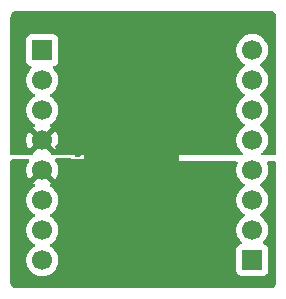
<source format=gbl>
G04 #@! TF.GenerationSoftware,KiCad,Pcbnew,9.0.4*
G04 #@! TF.CreationDate,2025-12-19T23:17:47-05:00*
G04 #@! TF.ProjectId,ADS1120IPWR,41445331-3132-4304-9950-57522e6b6963,rev?*
G04 #@! TF.SameCoordinates,Original*
G04 #@! TF.FileFunction,Copper,L2,Bot*
G04 #@! TF.FilePolarity,Positive*
%FSLAX46Y46*%
G04 Gerber Fmt 4.6, Leading zero omitted, Abs format (unit mm)*
G04 Created by KiCad (PCBNEW 9.0.4) date 2025-12-19 23:17:47*
%MOMM*%
%LPD*%
G01*
G04 APERTURE LIST*
G04 #@! TA.AperFunction,ComponentPad*
%ADD10R,1.700000X1.700000*%
G04 #@! TD*
G04 #@! TA.AperFunction,ComponentPad*
%ADD11C,1.700000*%
G04 #@! TD*
G04 #@! TA.AperFunction,ViaPad*
%ADD12C,0.500000*%
G04 #@! TD*
G04 #@! TA.AperFunction,ViaPad*
%ADD13C,0.600000*%
G04 #@! TD*
G04 APERTURE END LIST*
D10*
X145450000Y-55340000D03*
D11*
X145450000Y-57880000D03*
X145450000Y-60420000D03*
X145450000Y-62960000D03*
X145450000Y-65500000D03*
X145450000Y-68040000D03*
X145450000Y-70580000D03*
X145450000Y-73120000D03*
D10*
X163230000Y-73100000D03*
D11*
X163230000Y-70560000D03*
X163230000Y-68020000D03*
X163230000Y-65480000D03*
X163230000Y-62940000D03*
X163230000Y-60400000D03*
X163230000Y-57860000D03*
X163230000Y-55320000D03*
D12*
X156500000Y-72000000D03*
X150000000Y-72000000D03*
X155500000Y-54500000D03*
X149000000Y-54500000D03*
D13*
X147996062Y-64875298D03*
X160500000Y-67000000D03*
X148485987Y-64121018D03*
X147000000Y-65250000D03*
X158500000Y-66750000D03*
X158250000Y-62500000D03*
D12*
X146750000Y-63500000D03*
D13*
X160500000Y-62000000D03*
G04 #@! TA.AperFunction,Conductor*
G36*
X164756922Y-52001280D02*
G01*
X164847266Y-52011459D01*
X164874331Y-52017636D01*
X164953540Y-52045352D01*
X164978553Y-52057398D01*
X165049606Y-52102043D01*
X165071313Y-52119355D01*
X165130644Y-52178686D01*
X165147957Y-52200395D01*
X165192600Y-52271444D01*
X165204648Y-52296462D01*
X165232362Y-52375666D01*
X165238540Y-52402735D01*
X165248720Y-52493076D01*
X165249500Y-52506961D01*
X165249500Y-64126000D01*
X165229815Y-64193039D01*
X165177011Y-64238794D01*
X165125500Y-64250000D01*
X164106181Y-64250000D01*
X164039142Y-64230315D01*
X163993387Y-64177511D01*
X163983443Y-64108353D01*
X164012468Y-64044797D01*
X164033296Y-64025682D01*
X164109786Y-63970109D01*
X164109788Y-63970106D01*
X164109792Y-63970104D01*
X164260104Y-63819792D01*
X164260106Y-63819788D01*
X164260109Y-63819786D01*
X164385048Y-63647820D01*
X164385047Y-63647820D01*
X164385051Y-63647816D01*
X164481557Y-63458412D01*
X164547246Y-63256243D01*
X164580500Y-63046287D01*
X164580500Y-62833713D01*
X164547246Y-62623757D01*
X164481557Y-62421588D01*
X164385051Y-62232184D01*
X164385049Y-62232181D01*
X164385048Y-62232179D01*
X164260109Y-62060213D01*
X164109786Y-61909890D01*
X163937820Y-61784951D01*
X163937115Y-61784591D01*
X163929054Y-61780485D01*
X163878259Y-61732512D01*
X163861463Y-61664692D01*
X163883999Y-61598556D01*
X163929054Y-61559515D01*
X163937816Y-61555051D01*
X163959789Y-61539086D01*
X164109786Y-61430109D01*
X164109788Y-61430106D01*
X164109792Y-61430104D01*
X164260104Y-61279792D01*
X164260106Y-61279788D01*
X164260109Y-61279786D01*
X164385048Y-61107820D01*
X164385047Y-61107820D01*
X164385051Y-61107816D01*
X164481557Y-60918412D01*
X164547246Y-60716243D01*
X164580500Y-60506287D01*
X164580500Y-60293713D01*
X164547246Y-60083757D01*
X164481557Y-59881588D01*
X164385051Y-59692184D01*
X164385049Y-59692181D01*
X164385048Y-59692179D01*
X164260109Y-59520213D01*
X164109786Y-59369890D01*
X163937820Y-59244951D01*
X163937115Y-59244591D01*
X163929054Y-59240485D01*
X163878259Y-59192512D01*
X163861463Y-59124692D01*
X163883999Y-59058556D01*
X163929054Y-59019515D01*
X163937816Y-59015051D01*
X163959789Y-58999086D01*
X164109786Y-58890109D01*
X164109788Y-58890106D01*
X164109792Y-58890104D01*
X164260104Y-58739792D01*
X164260106Y-58739788D01*
X164260109Y-58739786D01*
X164385048Y-58567820D01*
X164385047Y-58567820D01*
X164385051Y-58567816D01*
X164481557Y-58378412D01*
X164547246Y-58176243D01*
X164580500Y-57966287D01*
X164580500Y-57753713D01*
X164547246Y-57543757D01*
X164481557Y-57341588D01*
X164385051Y-57152184D01*
X164385049Y-57152181D01*
X164385048Y-57152179D01*
X164260109Y-56980213D01*
X164109786Y-56829890D01*
X163937820Y-56704951D01*
X163937115Y-56704591D01*
X163929054Y-56700485D01*
X163878259Y-56652512D01*
X163861463Y-56584692D01*
X163883999Y-56518556D01*
X163929054Y-56479515D01*
X163937816Y-56475051D01*
X163996610Y-56432335D01*
X164109786Y-56350109D01*
X164109788Y-56350106D01*
X164109792Y-56350104D01*
X164260104Y-56199792D01*
X164260106Y-56199788D01*
X164260109Y-56199786D01*
X164385048Y-56027820D01*
X164385047Y-56027820D01*
X164385051Y-56027816D01*
X164481557Y-55838412D01*
X164547246Y-55636243D01*
X164580500Y-55426287D01*
X164580500Y-55213713D01*
X164547246Y-55003757D01*
X164481557Y-54801588D01*
X164385051Y-54612184D01*
X164385049Y-54612181D01*
X164385048Y-54612179D01*
X164260109Y-54440213D01*
X164109786Y-54289890D01*
X163937820Y-54164951D01*
X163748414Y-54068444D01*
X163748413Y-54068443D01*
X163748412Y-54068443D01*
X163546243Y-54002754D01*
X163546241Y-54002753D01*
X163546240Y-54002753D01*
X163384957Y-53977208D01*
X163336287Y-53969500D01*
X163123713Y-53969500D01*
X163075042Y-53977208D01*
X162913760Y-54002753D01*
X162711585Y-54068444D01*
X162522179Y-54164951D01*
X162350213Y-54289890D01*
X162199890Y-54440213D01*
X162074951Y-54612179D01*
X161978444Y-54801585D01*
X161912753Y-55003760D01*
X161879500Y-55213713D01*
X161879500Y-55426286D01*
X161912753Y-55636239D01*
X161978444Y-55838414D01*
X162074951Y-56027820D01*
X162199890Y-56199786D01*
X162350213Y-56350109D01*
X162522182Y-56475050D01*
X162530946Y-56479516D01*
X162581742Y-56527491D01*
X162598536Y-56595312D01*
X162575998Y-56661447D01*
X162530946Y-56700484D01*
X162522182Y-56704949D01*
X162350213Y-56829890D01*
X162199890Y-56980213D01*
X162074951Y-57152179D01*
X161978444Y-57341585D01*
X161912753Y-57543760D01*
X161879500Y-57753713D01*
X161879500Y-57966287D01*
X161912754Y-58176243D01*
X161919252Y-58196243D01*
X161978444Y-58378414D01*
X162074951Y-58567820D01*
X162199890Y-58739786D01*
X162350213Y-58890109D01*
X162522182Y-59015050D01*
X162530946Y-59019516D01*
X162581742Y-59067491D01*
X162598536Y-59135312D01*
X162575998Y-59201447D01*
X162530946Y-59240484D01*
X162522182Y-59244949D01*
X162350213Y-59369890D01*
X162199890Y-59520213D01*
X162074951Y-59692179D01*
X161978444Y-59881585D01*
X161912753Y-60083760D01*
X161879500Y-60293713D01*
X161879500Y-60506287D01*
X161912754Y-60716243D01*
X161919252Y-60736243D01*
X161978444Y-60918414D01*
X162074951Y-61107820D01*
X162199890Y-61279786D01*
X162350213Y-61430109D01*
X162522182Y-61555050D01*
X162530946Y-61559516D01*
X162581742Y-61607491D01*
X162598536Y-61675312D01*
X162575998Y-61741447D01*
X162530946Y-61780484D01*
X162522182Y-61784949D01*
X162350213Y-61909890D01*
X162199890Y-62060213D01*
X162074951Y-62232179D01*
X161978444Y-62421585D01*
X161912753Y-62623760D01*
X161909568Y-62643872D01*
X161879500Y-62833713D01*
X161879500Y-63046287D01*
X161912754Y-63256243D01*
X161967887Y-63425925D01*
X161978444Y-63458414D01*
X162074951Y-63647820D01*
X162199890Y-63819786D01*
X162350213Y-63970109D01*
X162426704Y-64025682D01*
X162469370Y-64081011D01*
X162475349Y-64150625D01*
X162442744Y-64212420D01*
X162381905Y-64246777D01*
X162353819Y-64250000D01*
X161500000Y-64250000D01*
X157000000Y-64250000D01*
X157000000Y-61750000D01*
X149000000Y-61750000D01*
X149000000Y-64250000D01*
X148500000Y-64250000D01*
X146332108Y-64250000D01*
X146265069Y-64230315D01*
X146219314Y-64177511D01*
X146208490Y-64116271D01*
X146211716Y-64075269D01*
X145579408Y-63442962D01*
X145642993Y-63425925D01*
X145757007Y-63360099D01*
X145850099Y-63267007D01*
X145915925Y-63152993D01*
X145932962Y-63089408D01*
X146565270Y-63721717D01*
X146565270Y-63721716D01*
X146604622Y-63667554D01*
X146701095Y-63478217D01*
X146766757Y-63276130D01*
X146766757Y-63276127D01*
X146800000Y-63066246D01*
X146800000Y-62853753D01*
X146766757Y-62643872D01*
X146766757Y-62643869D01*
X146701095Y-62441782D01*
X146604624Y-62252449D01*
X146565270Y-62198282D01*
X146565269Y-62198282D01*
X145932962Y-62830590D01*
X145915925Y-62767007D01*
X145850099Y-62652993D01*
X145757007Y-62559901D01*
X145642993Y-62494075D01*
X145579409Y-62477037D01*
X146211716Y-61844728D01*
X146157547Y-61805373D01*
X146157547Y-61805372D01*
X146148500Y-61800763D01*
X146097706Y-61752788D01*
X146080912Y-61684966D01*
X146103451Y-61618832D01*
X146148508Y-61579793D01*
X146157816Y-61575051D01*
X146237007Y-61517515D01*
X146329786Y-61450109D01*
X146329788Y-61450106D01*
X146329792Y-61450104D01*
X146480104Y-61299792D01*
X146480106Y-61299788D01*
X146480109Y-61299786D01*
X146605048Y-61127820D01*
X146605047Y-61127820D01*
X146605051Y-61127816D01*
X146701557Y-60938412D01*
X146767246Y-60736243D01*
X146800500Y-60526287D01*
X146800500Y-60313713D01*
X146767246Y-60103757D01*
X146701557Y-59901588D01*
X146605051Y-59712184D01*
X146605049Y-59712181D01*
X146605048Y-59712179D01*
X146480109Y-59540213D01*
X146329786Y-59389890D01*
X146157820Y-59264951D01*
X146157115Y-59264591D01*
X146149054Y-59260485D01*
X146098259Y-59212512D01*
X146081463Y-59144692D01*
X146103999Y-59078556D01*
X146149054Y-59039515D01*
X146157816Y-59035051D01*
X146185348Y-59015048D01*
X146329786Y-58910109D01*
X146329788Y-58910106D01*
X146329792Y-58910104D01*
X146480104Y-58759792D01*
X146480106Y-58759788D01*
X146480109Y-58759786D01*
X146605048Y-58587820D01*
X146605047Y-58587820D01*
X146605051Y-58587816D01*
X146701557Y-58398412D01*
X146767246Y-58196243D01*
X146800500Y-57986287D01*
X146800500Y-57773713D01*
X146767246Y-57563757D01*
X146701557Y-57361588D01*
X146605051Y-57172184D01*
X146605049Y-57172181D01*
X146605048Y-57172179D01*
X146480109Y-57000213D01*
X146366569Y-56886673D01*
X146333084Y-56825350D01*
X146338068Y-56755658D01*
X146379940Y-56699725D01*
X146410915Y-56682810D01*
X146542331Y-56633796D01*
X146657546Y-56547546D01*
X146743796Y-56432331D01*
X146794091Y-56297483D01*
X146800500Y-56237873D01*
X146800499Y-54442128D01*
X146794091Y-54382517D01*
X146759543Y-54289890D01*
X146743797Y-54247671D01*
X146743793Y-54247664D01*
X146657547Y-54132455D01*
X146657544Y-54132452D01*
X146542335Y-54046206D01*
X146542328Y-54046202D01*
X146407482Y-53995908D01*
X146407483Y-53995908D01*
X146347883Y-53989501D01*
X146347881Y-53989500D01*
X146347873Y-53989500D01*
X146347864Y-53989500D01*
X144552129Y-53989500D01*
X144552123Y-53989501D01*
X144492516Y-53995908D01*
X144357671Y-54046202D01*
X144357664Y-54046206D01*
X144242455Y-54132452D01*
X144242452Y-54132455D01*
X144156206Y-54247664D01*
X144156202Y-54247671D01*
X144105908Y-54382517D01*
X144099706Y-54440208D01*
X144099501Y-54442123D01*
X144099500Y-54442135D01*
X144099500Y-56237870D01*
X144099501Y-56237876D01*
X144105908Y-56297483D01*
X144156202Y-56432328D01*
X144156206Y-56432335D01*
X144242452Y-56547544D01*
X144242455Y-56547547D01*
X144357664Y-56633793D01*
X144357671Y-56633797D01*
X144489082Y-56682810D01*
X144545016Y-56724681D01*
X144569433Y-56790145D01*
X144554582Y-56858418D01*
X144533431Y-56886673D01*
X144419889Y-57000215D01*
X144294951Y-57172179D01*
X144198444Y-57361585D01*
X144132753Y-57563760D01*
X144099500Y-57773713D01*
X144099500Y-57986286D01*
X144129585Y-58176239D01*
X144132754Y-58196243D01*
X144191945Y-58378414D01*
X144198444Y-58398414D01*
X144294951Y-58587820D01*
X144419890Y-58759786D01*
X144570213Y-58910109D01*
X144742182Y-59035050D01*
X144750946Y-59039516D01*
X144801742Y-59087491D01*
X144818536Y-59155312D01*
X144795998Y-59221447D01*
X144750946Y-59260484D01*
X144742182Y-59264949D01*
X144570213Y-59389890D01*
X144419890Y-59540213D01*
X144294951Y-59712179D01*
X144198444Y-59901585D01*
X144132753Y-60103760D01*
X144099500Y-60313713D01*
X144099500Y-60526286D01*
X144129585Y-60716239D01*
X144132754Y-60736243D01*
X144191945Y-60918414D01*
X144198444Y-60938414D01*
X144294951Y-61127820D01*
X144419890Y-61299786D01*
X144570213Y-61450109D01*
X144742179Y-61575048D01*
X144742181Y-61575049D01*
X144742184Y-61575051D01*
X144751493Y-61579794D01*
X144802290Y-61627766D01*
X144819087Y-61695587D01*
X144796552Y-61761722D01*
X144751505Y-61800760D01*
X144742446Y-61805376D01*
X144742440Y-61805380D01*
X144688282Y-61844727D01*
X144688282Y-61844728D01*
X145320591Y-62477037D01*
X145257007Y-62494075D01*
X145142993Y-62559901D01*
X145049901Y-62652993D01*
X144984075Y-62767007D01*
X144967037Y-62830591D01*
X144334728Y-62198282D01*
X144334727Y-62198282D01*
X144295380Y-62252439D01*
X144198904Y-62441782D01*
X144133242Y-62643869D01*
X144133242Y-62643872D01*
X144100000Y-62853753D01*
X144100000Y-63066246D01*
X144133242Y-63276127D01*
X144133242Y-63276130D01*
X144198904Y-63478217D01*
X144295375Y-63667550D01*
X144334728Y-63721716D01*
X144967037Y-63089408D01*
X144984075Y-63152993D01*
X145049901Y-63267007D01*
X145142993Y-63360099D01*
X145257007Y-63425925D01*
X145320590Y-63442962D01*
X144688282Y-64075269D01*
X144691510Y-64116270D01*
X144677146Y-64184647D01*
X144628096Y-64234404D01*
X144567892Y-64250000D01*
X142874500Y-64250000D01*
X142807461Y-64230315D01*
X142761706Y-64177511D01*
X142750500Y-64126000D01*
X142750500Y-52506961D01*
X142751280Y-52493077D01*
X142751280Y-52493076D01*
X142761460Y-52402729D01*
X142767635Y-52375670D01*
X142795353Y-52296456D01*
X142807396Y-52271450D01*
X142852046Y-52200389D01*
X142869351Y-52178690D01*
X142928690Y-52119351D01*
X142950389Y-52102046D01*
X143021450Y-52057396D01*
X143046456Y-52045353D01*
X143125670Y-52017635D01*
X143152733Y-52011459D01*
X143215419Y-52004396D01*
X143243079Y-52001280D01*
X143256962Y-52000500D01*
X143315892Y-52000500D01*
X164684108Y-52000500D01*
X164743038Y-52000500D01*
X164756922Y-52001280D01*
G37*
G04 #@! TD.AperFunction*
G04 #@! TA.AperFunction,Conductor*
G36*
X149000000Y-64544303D02*
G01*
X149000000Y-67250000D01*
X157000000Y-67250000D01*
X157000000Y-64713079D01*
X157499994Y-64723628D01*
X158749980Y-64750000D01*
X158750000Y-64750000D01*
X161883902Y-64750000D01*
X161950941Y-64769685D01*
X161996696Y-64822489D01*
X162006640Y-64891647D01*
X161994387Y-64930294D01*
X161978445Y-64961582D01*
X161912753Y-65163760D01*
X161909568Y-65183872D01*
X161879500Y-65373713D01*
X161879500Y-65586287D01*
X161912754Y-65796243D01*
X161967887Y-65965925D01*
X161978444Y-65998414D01*
X162074951Y-66187820D01*
X162199890Y-66359786D01*
X162350213Y-66510109D01*
X162522182Y-66635050D01*
X162530946Y-66639516D01*
X162581742Y-66687491D01*
X162598536Y-66755312D01*
X162575998Y-66821447D01*
X162530946Y-66860484D01*
X162522182Y-66864949D01*
X162350213Y-66989890D01*
X162199890Y-67140213D01*
X162074951Y-67312179D01*
X161978444Y-67501585D01*
X161912753Y-67703760D01*
X161879500Y-67913713D01*
X161879500Y-68126287D01*
X161912754Y-68336243D01*
X161919252Y-68356243D01*
X161978444Y-68538414D01*
X162074951Y-68727820D01*
X162199890Y-68899786D01*
X162350213Y-69050109D01*
X162522182Y-69175050D01*
X162530946Y-69179516D01*
X162581742Y-69227491D01*
X162598536Y-69295312D01*
X162575998Y-69361447D01*
X162530946Y-69400484D01*
X162522182Y-69404949D01*
X162350213Y-69529890D01*
X162199890Y-69680213D01*
X162074951Y-69852179D01*
X161978444Y-70041585D01*
X161912753Y-70243760D01*
X161879500Y-70453713D01*
X161879500Y-70666287D01*
X161912754Y-70876243D01*
X161919252Y-70896243D01*
X161978444Y-71078414D01*
X162074951Y-71267820D01*
X162199890Y-71439786D01*
X162313430Y-71553326D01*
X162346915Y-71614649D01*
X162341931Y-71684341D01*
X162300059Y-71740274D01*
X162269083Y-71757189D01*
X162137669Y-71806203D01*
X162137664Y-71806206D01*
X162022455Y-71892452D01*
X162022452Y-71892455D01*
X161936206Y-72007664D01*
X161936202Y-72007671D01*
X161885908Y-72142517D01*
X161879501Y-72202116D01*
X161879501Y-72202123D01*
X161879500Y-72202135D01*
X161879500Y-73997870D01*
X161879501Y-73997876D01*
X161885908Y-74057483D01*
X161936202Y-74192328D01*
X161936206Y-74192335D01*
X162022452Y-74307544D01*
X162022455Y-74307547D01*
X162137664Y-74393793D01*
X162137671Y-74393797D01*
X162272517Y-74444091D01*
X162272516Y-74444091D01*
X162279444Y-74444835D01*
X162332127Y-74450500D01*
X164127872Y-74450499D01*
X164187483Y-74444091D01*
X164322331Y-74393796D01*
X164437546Y-74307546D01*
X164523796Y-74192331D01*
X164574091Y-74057483D01*
X164580500Y-73997873D01*
X164580499Y-72202128D01*
X164574091Y-72142517D01*
X164554462Y-72089890D01*
X164523797Y-72007671D01*
X164523793Y-72007664D01*
X164437547Y-71892455D01*
X164437544Y-71892452D01*
X164322335Y-71806206D01*
X164322328Y-71806202D01*
X164190917Y-71757189D01*
X164134983Y-71715318D01*
X164110566Y-71649853D01*
X164125418Y-71581580D01*
X164146563Y-71553332D01*
X164260104Y-71439792D01*
X164385051Y-71267816D01*
X164481557Y-71078412D01*
X164547246Y-70876243D01*
X164580500Y-70666287D01*
X164580500Y-70453713D01*
X164547246Y-70243757D01*
X164481557Y-70041588D01*
X164385051Y-69852184D01*
X164385049Y-69852181D01*
X164385048Y-69852179D01*
X164260109Y-69680213D01*
X164109786Y-69529890D01*
X163937820Y-69404951D01*
X163937115Y-69404591D01*
X163929054Y-69400485D01*
X163878259Y-69352512D01*
X163861463Y-69284692D01*
X163883999Y-69218556D01*
X163929054Y-69179515D01*
X163937816Y-69175051D01*
X163959789Y-69159086D01*
X164109786Y-69050109D01*
X164109788Y-69050106D01*
X164109792Y-69050104D01*
X164260104Y-68899792D01*
X164260106Y-68899788D01*
X164260109Y-68899786D01*
X164385048Y-68727820D01*
X164385047Y-68727820D01*
X164385051Y-68727816D01*
X164481557Y-68538412D01*
X164547246Y-68336243D01*
X164580500Y-68126287D01*
X164580500Y-67913713D01*
X164547246Y-67703757D01*
X164481557Y-67501588D01*
X164385051Y-67312184D01*
X164385049Y-67312181D01*
X164385048Y-67312179D01*
X164260109Y-67140213D01*
X164109786Y-66989890D01*
X163937820Y-66864951D01*
X163937115Y-66864591D01*
X163929054Y-66860485D01*
X163878259Y-66812512D01*
X163861463Y-66744692D01*
X163883999Y-66678556D01*
X163929054Y-66639515D01*
X163937816Y-66635051D01*
X163965044Y-66615269D01*
X164109786Y-66510109D01*
X164109788Y-66510106D01*
X164109792Y-66510104D01*
X164260104Y-66359792D01*
X164260106Y-66359788D01*
X164260109Y-66359786D01*
X164385048Y-66187820D01*
X164385047Y-66187820D01*
X164385051Y-66187816D01*
X164481557Y-65998412D01*
X164547246Y-65796243D01*
X164580500Y-65586287D01*
X164580500Y-65373713D01*
X164547246Y-65163757D01*
X164481557Y-64961588D01*
X164481554Y-64961582D01*
X164465613Y-64930294D01*
X164452717Y-64861624D01*
X164478994Y-64796884D01*
X164536101Y-64756628D01*
X164576098Y-64750000D01*
X165125500Y-64750000D01*
X165192539Y-64769685D01*
X165238294Y-64822489D01*
X165249500Y-64874000D01*
X165249500Y-74993038D01*
X165248720Y-75006922D01*
X165248720Y-75006923D01*
X165238540Y-75097264D01*
X165232362Y-75124333D01*
X165204648Y-75203537D01*
X165192600Y-75228555D01*
X165147957Y-75299604D01*
X165130644Y-75321313D01*
X165071313Y-75380644D01*
X165049604Y-75397957D01*
X164978555Y-75442600D01*
X164953537Y-75454648D01*
X164874333Y-75482362D01*
X164847264Y-75488540D01*
X164767075Y-75497576D01*
X164756921Y-75498720D01*
X164743038Y-75499500D01*
X143256962Y-75499500D01*
X143243078Y-75498720D01*
X143230553Y-75497308D01*
X143152735Y-75488540D01*
X143125666Y-75482362D01*
X143046462Y-75454648D01*
X143021444Y-75442600D01*
X142950395Y-75397957D01*
X142928686Y-75380644D01*
X142869355Y-75321313D01*
X142852042Y-75299604D01*
X142807399Y-75228555D01*
X142795351Y-75203537D01*
X142767637Y-75124333D01*
X142761459Y-75097263D01*
X142751280Y-75006922D01*
X142750500Y-74993038D01*
X142750500Y-64710597D01*
X142770185Y-64643558D01*
X142822989Y-64597803D01*
X142871828Y-64586627D01*
X144219971Y-64557635D01*
X144287415Y-64575872D01*
X144334295Y-64627680D01*
X144345723Y-64696609D01*
X144322953Y-64754489D01*
X144295378Y-64792443D01*
X144198904Y-64981782D01*
X144133242Y-65183869D01*
X144133242Y-65183872D01*
X144100000Y-65393753D01*
X144100000Y-65606246D01*
X144133242Y-65816127D01*
X144133242Y-65816130D01*
X144198904Y-66018217D01*
X144295375Y-66207550D01*
X144334728Y-66261716D01*
X144967036Y-65629407D01*
X144984075Y-65692993D01*
X145049901Y-65807007D01*
X145142993Y-65900099D01*
X145257007Y-65965925D01*
X145320590Y-65982962D01*
X144688282Y-66615269D01*
X144688282Y-66615270D01*
X144742452Y-66654626D01*
X144742451Y-66654626D01*
X144751495Y-66659234D01*
X144802292Y-66707208D01*
X144819087Y-66775029D01*
X144796550Y-66841164D01*
X144751499Y-66880202D01*
X144742182Y-66884949D01*
X144570213Y-67009890D01*
X144419890Y-67160213D01*
X144294951Y-67332179D01*
X144198444Y-67521585D01*
X144132753Y-67723760D01*
X144099500Y-67933713D01*
X144099500Y-68146286D01*
X144129585Y-68336239D01*
X144132754Y-68356243D01*
X144191945Y-68538414D01*
X144198444Y-68558414D01*
X144294951Y-68747820D01*
X144419890Y-68919786D01*
X144570213Y-69070109D01*
X144742182Y-69195050D01*
X144750946Y-69199516D01*
X144801742Y-69247491D01*
X144818536Y-69315312D01*
X144795998Y-69381447D01*
X144750946Y-69420484D01*
X144742182Y-69424949D01*
X144570213Y-69549890D01*
X144419890Y-69700213D01*
X144294951Y-69872179D01*
X144198444Y-70061585D01*
X144132753Y-70263760D01*
X144099500Y-70473713D01*
X144099500Y-70686286D01*
X144129585Y-70876239D01*
X144132754Y-70896243D01*
X144191945Y-71078414D01*
X144198444Y-71098414D01*
X144294951Y-71287820D01*
X144419890Y-71459786D01*
X144570213Y-71610109D01*
X144742182Y-71735050D01*
X144750946Y-71739516D01*
X144801742Y-71787491D01*
X144818536Y-71855312D01*
X144795998Y-71921447D01*
X144750946Y-71960484D01*
X144742182Y-71964949D01*
X144570213Y-72089890D01*
X144419890Y-72240213D01*
X144294951Y-72412179D01*
X144198444Y-72601585D01*
X144132753Y-72803760D01*
X144099500Y-73013713D01*
X144099500Y-73226286D01*
X144132753Y-73436239D01*
X144198444Y-73638414D01*
X144294951Y-73827820D01*
X144419890Y-73999786D01*
X144570213Y-74150109D01*
X144742179Y-74275048D01*
X144742181Y-74275049D01*
X144742184Y-74275051D01*
X144931588Y-74371557D01*
X145133757Y-74437246D01*
X145343713Y-74470500D01*
X145343714Y-74470500D01*
X145556286Y-74470500D01*
X145556287Y-74470500D01*
X145766243Y-74437246D01*
X145968412Y-74371557D01*
X146157816Y-74275051D01*
X146271666Y-74192335D01*
X146329786Y-74150109D01*
X146329788Y-74150106D01*
X146329792Y-74150104D01*
X146480104Y-73999792D01*
X146480106Y-73999788D01*
X146480109Y-73999786D01*
X146605048Y-73827820D01*
X146605047Y-73827820D01*
X146605051Y-73827816D01*
X146701557Y-73638412D01*
X146767246Y-73436243D01*
X146800500Y-73226287D01*
X146800500Y-73013713D01*
X146767246Y-72803757D01*
X146701557Y-72601588D01*
X146605051Y-72412184D01*
X146605049Y-72412181D01*
X146605048Y-72412179D01*
X146480109Y-72240213D01*
X146329786Y-72089890D01*
X146157820Y-71964951D01*
X146157115Y-71964591D01*
X146149054Y-71960485D01*
X146098259Y-71912512D01*
X146081463Y-71844692D01*
X146103999Y-71778556D01*
X146149054Y-71739515D01*
X146157816Y-71735051D01*
X146275082Y-71649853D01*
X146329786Y-71610109D01*
X146329788Y-71610106D01*
X146329792Y-71610104D01*
X146480104Y-71459792D01*
X146480106Y-71459788D01*
X146480109Y-71459786D01*
X146605048Y-71287820D01*
X146605047Y-71287820D01*
X146605051Y-71287816D01*
X146701557Y-71098412D01*
X146767246Y-70896243D01*
X146800500Y-70686287D01*
X146800500Y-70473713D01*
X146767246Y-70263757D01*
X146701557Y-70061588D01*
X146605051Y-69872184D01*
X146605049Y-69872181D01*
X146605048Y-69872179D01*
X146480109Y-69700213D01*
X146329786Y-69549890D01*
X146157820Y-69424951D01*
X146157115Y-69424591D01*
X146149054Y-69420485D01*
X146098259Y-69372512D01*
X146081463Y-69304692D01*
X146103999Y-69238556D01*
X146149054Y-69199515D01*
X146157816Y-69195051D01*
X146185348Y-69175048D01*
X146329786Y-69070109D01*
X146329788Y-69070106D01*
X146329792Y-69070104D01*
X146480104Y-68919792D01*
X146480106Y-68919788D01*
X146480109Y-68919786D01*
X146605048Y-68747820D01*
X146605047Y-68747820D01*
X146605051Y-68747816D01*
X146701557Y-68558412D01*
X146767246Y-68356243D01*
X146800500Y-68146287D01*
X146800500Y-67933713D01*
X146767246Y-67723757D01*
X146701557Y-67521588D01*
X146605051Y-67332184D01*
X146605049Y-67332181D01*
X146605048Y-67332179D01*
X146480109Y-67160213D01*
X146329786Y-67009890D01*
X146157817Y-66884949D01*
X146148504Y-66880204D01*
X146097707Y-66832230D01*
X146080912Y-66764409D01*
X146103449Y-66698274D01*
X146148507Y-66659232D01*
X146157555Y-66654622D01*
X146211716Y-66615270D01*
X146211717Y-66615270D01*
X145579408Y-65982962D01*
X145642993Y-65965925D01*
X145757007Y-65900099D01*
X145850099Y-65807007D01*
X145915925Y-65692993D01*
X145932962Y-65629409D01*
X146565270Y-66261717D01*
X146565270Y-66261716D01*
X146604622Y-66207554D01*
X146701095Y-66018217D01*
X146766757Y-65816130D01*
X146766757Y-65816127D01*
X146800000Y-65606246D01*
X146800000Y-65393753D01*
X146766757Y-65183872D01*
X146766757Y-65183869D01*
X146701095Y-64981782D01*
X146604622Y-64792445D01*
X146539283Y-64702514D01*
X146515803Y-64636707D01*
X146531628Y-64568654D01*
X146581734Y-64519959D01*
X146636933Y-64505657D01*
X146897396Y-64500055D01*
X146902607Y-64500055D01*
X149000000Y-64544303D01*
G37*
G04 #@! TD.AperFunction*
G04 #@! TA.AperFunction,Conductor*
G36*
X157000000Y-67250000D02*
G01*
X149000000Y-67250000D01*
X149000000Y-61750000D01*
X157000000Y-61750000D01*
X157000000Y-67250000D01*
G37*
G04 #@! TD.AperFunction*
M02*

</source>
